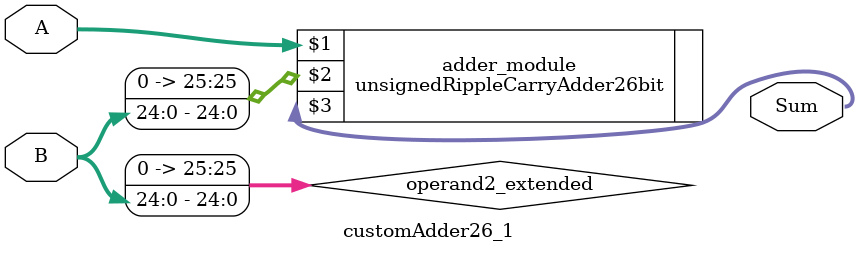
<source format=v>

module customAdder26_1(
                    input [25 : 0] A,
                    input [24 : 0] B,
                    
                    output [26 : 0] Sum
            );

    wire [25 : 0] operand2_extended;
    
    assign operand2_extended =  {1'b0, B};
    
    unsignedRippleCarryAdder26bit adder_module(
        A,
        operand2_extended,
        Sum
    );
    
endmodule
        
</source>
